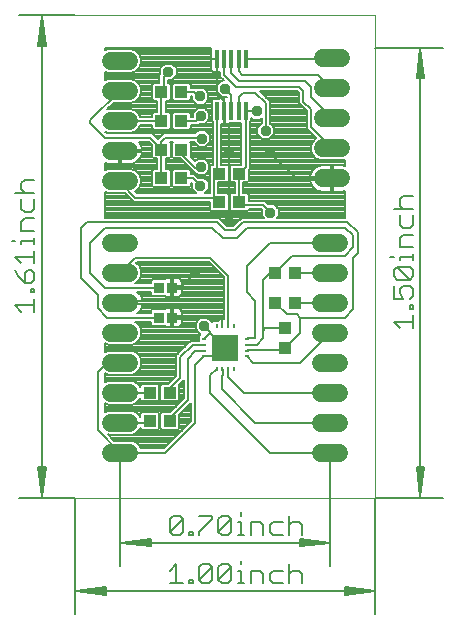
<source format=gtl>
G75*
%MOIN*%
%OFA0B0*%
%FSLAX25Y25*%
%IPPOS*%
%LPD*%
%AMOC8*
5,1,8,0,0,1.08239X$1,22.5*
%
%ADD10C,0.00000*%
%ADD11C,0.00512*%
%ADD12C,0.00600*%
%ADD13R,0.09055X0.09055*%
%ADD14R,0.01772X0.00984*%
%ADD15R,0.00984X0.01772*%
%ADD16C,0.06000*%
%ADD17R,0.04331X0.03937*%
%ADD18R,0.03346X0.03543*%
%ADD19R,0.03937X0.04331*%
%ADD20R,0.01575X0.06102*%
%ADD21C,0.00800*%
%ADD22OC8,0.03562*%
D10*
X0023795Y0040133D02*
X0123795Y0040133D01*
X0123795Y0200933D01*
X0023795Y0200933D01*
D11*
X0023795Y0040133D02*
X0023795Y0001256D01*
X0024051Y0008933D02*
X0034031Y0007909D01*
X0034031Y0007676D02*
X0024051Y0008933D01*
X0034031Y0009957D01*
X0034031Y0010190D02*
X0034031Y0007676D01*
X0034031Y0008421D02*
X0024051Y0008933D01*
X0034031Y0009445D01*
X0034031Y0010190D02*
X0024051Y0008933D01*
X0123539Y0008933D01*
X0113559Y0007909D01*
X0113559Y0007676D02*
X0123539Y0008933D01*
X0113559Y0009957D01*
X0113559Y0010190D02*
X0113559Y0007676D01*
X0113559Y0008421D02*
X0123539Y0008933D01*
X0113559Y0009445D01*
X0113559Y0010190D02*
X0123539Y0008933D01*
X0123795Y0001256D02*
X0123795Y0040133D01*
X0146472Y0040133D01*
X0138795Y0040389D02*
X0139819Y0050369D01*
X0140052Y0050369D02*
X0138795Y0040389D01*
X0137772Y0050369D01*
X0137538Y0050369D02*
X0140052Y0050369D01*
X0139307Y0050369D02*
X0138795Y0040389D01*
X0138283Y0050369D01*
X0137538Y0050369D02*
X0138795Y0040389D01*
X0138795Y0189877D01*
X0139819Y0179897D01*
X0140052Y0179897D02*
X0138795Y0189877D01*
X0137772Y0179897D01*
X0137538Y0179897D02*
X0140052Y0179897D01*
X0139307Y0179897D02*
X0138795Y0189877D01*
X0138283Y0179897D01*
X0137538Y0179897D02*
X0138795Y0189877D01*
X0146472Y0190133D02*
X0123795Y0190133D01*
X0023795Y0200933D02*
X0004918Y0200933D01*
X0012595Y0200677D02*
X0011572Y0190697D01*
X0011338Y0190697D02*
X0013852Y0190697D01*
X0012595Y0200677D01*
X0013619Y0190697D01*
X0013107Y0190697D02*
X0012595Y0200677D01*
X0012083Y0190697D01*
X0011338Y0190697D02*
X0012595Y0200677D01*
X0012595Y0040389D01*
X0013619Y0050369D01*
X0013852Y0050369D02*
X0012595Y0040389D01*
X0011572Y0050369D01*
X0011338Y0050369D02*
X0013852Y0050369D01*
X0013107Y0050369D02*
X0012595Y0040389D01*
X0012083Y0050369D01*
X0011338Y0050369D02*
X0012595Y0040389D01*
X0004918Y0040133D02*
X0023795Y0040133D01*
X0038795Y0055133D02*
X0038795Y0017456D01*
X0039051Y0025133D02*
X0049031Y0024109D01*
X0049031Y0023876D02*
X0039051Y0025133D01*
X0049031Y0026157D01*
X0049031Y0026390D02*
X0049031Y0023876D01*
X0049031Y0024621D02*
X0039051Y0025133D01*
X0049031Y0025645D01*
X0049031Y0026390D02*
X0039051Y0025133D01*
X0108539Y0025133D01*
X0098559Y0024109D01*
X0098559Y0023876D02*
X0108539Y0025133D01*
X0098559Y0026157D01*
X0098559Y0026390D02*
X0098559Y0023876D01*
X0098559Y0024621D02*
X0108539Y0025133D01*
X0098559Y0025645D01*
X0098559Y0026390D02*
X0108539Y0025133D01*
X0108795Y0017456D02*
X0108795Y0055133D01*
D12*
X0095059Y0034100D02*
X0095059Y0027695D01*
X0092884Y0027695D02*
X0089681Y0027695D01*
X0088614Y0028762D01*
X0088614Y0030898D01*
X0089681Y0031965D01*
X0092884Y0031965D01*
X0095059Y0030898D02*
X0096127Y0031965D01*
X0098262Y0031965D01*
X0099330Y0030898D01*
X0099330Y0027695D01*
X0095059Y0017900D02*
X0095059Y0011495D01*
X0092884Y0011495D02*
X0089681Y0011495D01*
X0088614Y0012562D01*
X0088614Y0014698D01*
X0089681Y0015765D01*
X0092884Y0015765D01*
X0095059Y0014698D02*
X0096127Y0015765D01*
X0098262Y0015765D01*
X0099330Y0014698D01*
X0099330Y0011495D01*
X0086439Y0011495D02*
X0086439Y0014698D01*
X0085371Y0015765D01*
X0082168Y0015765D01*
X0082168Y0011495D01*
X0080007Y0011495D02*
X0077871Y0011495D01*
X0078939Y0011495D02*
X0078939Y0015765D01*
X0077871Y0015765D01*
X0078939Y0017900D02*
X0078939Y0018968D01*
X0075696Y0016833D02*
X0071426Y0012562D01*
X0072493Y0011495D01*
X0074629Y0011495D01*
X0075696Y0012562D01*
X0075696Y0016833D01*
X0074629Y0017900D01*
X0072493Y0017900D01*
X0071426Y0016833D01*
X0071426Y0012562D01*
X0069251Y0012562D02*
X0069251Y0016833D01*
X0064980Y0012562D01*
X0066048Y0011495D01*
X0068183Y0011495D01*
X0069251Y0012562D01*
X0069251Y0016833D02*
X0068183Y0017900D01*
X0066048Y0017900D01*
X0064980Y0016833D01*
X0064980Y0012562D01*
X0062825Y0012562D02*
X0062825Y0011495D01*
X0061758Y0011495D01*
X0061758Y0012562D01*
X0062825Y0012562D01*
X0059582Y0011495D02*
X0055312Y0011495D01*
X0057447Y0011495D02*
X0057447Y0017900D01*
X0055312Y0015765D01*
X0056380Y0027695D02*
X0055312Y0028762D01*
X0059582Y0033033D01*
X0059582Y0028762D01*
X0058515Y0027695D01*
X0056380Y0027695D01*
X0055312Y0028762D02*
X0055312Y0033033D01*
X0056380Y0034100D01*
X0058515Y0034100D01*
X0059582Y0033033D01*
X0061758Y0028762D02*
X0062825Y0028762D01*
X0062825Y0027695D01*
X0061758Y0027695D01*
X0061758Y0028762D01*
X0064980Y0028762D02*
X0064980Y0027695D01*
X0064980Y0028762D02*
X0069251Y0033033D01*
X0069251Y0034100D01*
X0064980Y0034100D01*
X0071426Y0033033D02*
X0071426Y0028762D01*
X0075696Y0033033D01*
X0075696Y0028762D01*
X0074629Y0027695D01*
X0072493Y0027695D01*
X0071426Y0028762D01*
X0071426Y0033033D02*
X0072493Y0034100D01*
X0074629Y0034100D01*
X0075696Y0033033D01*
X0077871Y0031965D02*
X0078939Y0031965D01*
X0078939Y0027695D01*
X0077871Y0027695D02*
X0080007Y0027695D01*
X0082168Y0027695D02*
X0082168Y0031965D01*
X0085371Y0031965D01*
X0086439Y0030898D01*
X0086439Y0027695D01*
X0078939Y0034100D02*
X0078939Y0035168D01*
X0131963Y0096650D02*
X0129828Y0098785D01*
X0136233Y0098785D01*
X0136233Y0096650D02*
X0136233Y0100920D01*
X0136233Y0103096D02*
X0135166Y0103096D01*
X0135166Y0104163D01*
X0136233Y0104163D01*
X0136233Y0103096D01*
X0135166Y0106318D02*
X0136233Y0107386D01*
X0136233Y0109521D01*
X0135166Y0110589D01*
X0133031Y0110589D01*
X0131963Y0109521D01*
X0131963Y0108453D01*
X0133031Y0106318D01*
X0129828Y0106318D01*
X0129828Y0110589D01*
X0130895Y0112764D02*
X0129828Y0113831D01*
X0129828Y0115967D01*
X0130895Y0117034D01*
X0135166Y0112764D01*
X0136233Y0113831D01*
X0136233Y0115967D01*
X0135166Y0117034D01*
X0130895Y0117034D01*
X0131963Y0119209D02*
X0131963Y0120277D01*
X0136233Y0120277D01*
X0136233Y0121344D02*
X0136233Y0119209D01*
X0136233Y0123506D02*
X0131963Y0123506D01*
X0131963Y0126709D01*
X0133031Y0127777D01*
X0136233Y0127777D01*
X0135166Y0129952D02*
X0136233Y0131019D01*
X0136233Y0134222D01*
X0136233Y0136397D02*
X0129828Y0136397D01*
X0131963Y0137465D02*
X0131963Y0139600D01*
X0133031Y0140668D01*
X0136233Y0140668D01*
X0131963Y0137465D02*
X0133031Y0136397D01*
X0131963Y0134222D02*
X0131963Y0131019D01*
X0133031Y0129952D01*
X0135166Y0129952D01*
X0129828Y0120277D02*
X0128760Y0120277D01*
X0130895Y0112764D02*
X0135166Y0112764D01*
X0010033Y0112786D02*
X0010033Y0114921D01*
X0008966Y0115989D01*
X0007898Y0115989D01*
X0006831Y0114921D01*
X0006831Y0111718D01*
X0008966Y0111718D01*
X0010033Y0112786D01*
X0010033Y0109563D02*
X0010033Y0108496D01*
X0008966Y0108496D01*
X0008966Y0109563D01*
X0010033Y0109563D01*
X0010033Y0106320D02*
X0010033Y0102050D01*
X0010033Y0104185D02*
X0003628Y0104185D01*
X0005763Y0102050D01*
X0006831Y0111718D02*
X0004695Y0113853D01*
X0003628Y0115989D01*
X0005763Y0118164D02*
X0003628Y0120299D01*
X0010033Y0120299D01*
X0010033Y0118164D02*
X0010033Y0122434D01*
X0010033Y0124609D02*
X0010033Y0126744D01*
X0010033Y0125677D02*
X0005763Y0125677D01*
X0005763Y0124609D01*
X0003628Y0125677D02*
X0002560Y0125677D01*
X0005763Y0128906D02*
X0005763Y0132109D01*
X0006831Y0133177D01*
X0010033Y0133177D01*
X0008966Y0135352D02*
X0010033Y0136419D01*
X0010033Y0139622D01*
X0010033Y0141797D02*
X0003628Y0141797D01*
X0005763Y0142865D02*
X0005763Y0145000D01*
X0006831Y0146068D01*
X0010033Y0146068D01*
X0005763Y0142865D02*
X0006831Y0141797D01*
X0005763Y0139622D02*
X0005763Y0136419D01*
X0006831Y0135352D01*
X0008966Y0135352D01*
X0010033Y0128906D02*
X0005763Y0128906D01*
D13*
X0073795Y0090133D03*
D14*
X0066709Y0089149D03*
X0066709Y0091117D03*
X0066709Y0093086D03*
X0066709Y0087180D03*
X0080882Y0087180D03*
X0080882Y0089149D03*
X0080882Y0091117D03*
X0080882Y0093086D03*
D15*
X0076748Y0097220D03*
X0074779Y0097220D03*
X0072811Y0097220D03*
X0070842Y0097220D03*
X0070842Y0083046D03*
X0072811Y0083046D03*
X0074779Y0083046D03*
X0076748Y0083046D03*
D16*
X0105795Y0085133D02*
X0111795Y0085133D01*
X0111795Y0075133D02*
X0105795Y0075133D01*
X0105795Y0065133D02*
X0111795Y0065133D01*
X0111795Y0055133D02*
X0105795Y0055133D01*
X0105795Y0095133D02*
X0111795Y0095133D01*
X0111795Y0105133D02*
X0105795Y0105133D01*
X0105795Y0115133D02*
X0111795Y0115133D01*
X0111795Y0125133D02*
X0105795Y0125133D01*
X0106395Y0146533D02*
X0112395Y0146533D01*
X0112395Y0156533D02*
X0106395Y0156533D01*
X0106395Y0166533D02*
X0112395Y0166533D01*
X0112395Y0176533D02*
X0106395Y0176533D01*
X0106395Y0186533D02*
X0112395Y0186533D01*
X0041595Y0185733D02*
X0035595Y0185733D01*
X0035595Y0175733D02*
X0041595Y0175733D01*
X0041595Y0165733D02*
X0035595Y0165733D01*
X0035595Y0155733D02*
X0041595Y0155733D01*
X0041595Y0145733D02*
X0035595Y0145733D01*
X0035795Y0125133D02*
X0041795Y0125133D01*
X0041795Y0115133D02*
X0035795Y0115133D01*
X0035795Y0105133D02*
X0041795Y0105133D01*
X0041795Y0095133D02*
X0035795Y0095133D01*
X0035795Y0085133D02*
X0041795Y0085133D01*
X0041795Y0075133D02*
X0035795Y0075133D01*
X0035795Y0065133D02*
X0041795Y0065133D01*
X0041795Y0055133D02*
X0035795Y0055133D01*
D17*
X0048574Y0065758D03*
X0055267Y0065758D03*
X0055267Y0075133D03*
X0048574Y0075133D03*
X0090449Y0105133D03*
X0097142Y0105133D03*
X0097142Y0115133D03*
X0090449Y0115133D03*
X0078342Y0138533D03*
X0071649Y0138533D03*
X0071649Y0148133D03*
X0078342Y0148133D03*
X0059142Y0146533D03*
X0052449Y0146533D03*
X0052449Y0156133D03*
X0052449Y0165733D03*
X0059142Y0165733D03*
X0059142Y0156133D03*
X0059142Y0175333D03*
X0052449Y0175333D03*
D18*
X0051512Y0110133D03*
X0056079Y0110133D03*
X0056079Y0100133D03*
X0051512Y0100133D03*
D19*
X0093795Y0096605D03*
X0093795Y0089912D03*
D20*
X0080520Y0169072D03*
X0078157Y0169072D03*
X0075795Y0169072D03*
X0073433Y0169072D03*
X0071071Y0169072D03*
X0071071Y0186394D03*
X0073433Y0186394D03*
X0075795Y0186394D03*
X0078157Y0186394D03*
X0080520Y0186394D03*
D21*
X0109257Y0186394D01*
X0109395Y0186533D01*
X0104795Y0181133D02*
X0109395Y0176533D01*
X0104795Y0181133D02*
X0079295Y0181133D01*
X0078157Y0182271D01*
X0078157Y0186394D01*
X0075795Y0186394D02*
X0075795Y0181633D01*
X0078295Y0179133D01*
X0100295Y0179133D01*
X0102295Y0177133D01*
X0102295Y0173633D01*
X0109395Y0166533D01*
X0104039Y0159910D02*
X0088755Y0159910D01*
X0088385Y0159539D02*
X0090014Y0161169D01*
X0090014Y0163473D01*
X0088633Y0164854D01*
X0088633Y0172275D01*
X0085195Y0175713D01*
X0085175Y0175733D01*
X0097715Y0175733D01*
X0098395Y0175053D01*
X0098395Y0171553D01*
X0100895Y0169053D01*
X0100895Y0163053D01*
X0104077Y0159872D01*
X0103004Y0158799D01*
X0102395Y0157329D01*
X0102395Y0155737D01*
X0103004Y0154267D01*
X0104129Y0153142D01*
X0105599Y0152533D01*
X0113191Y0152533D01*
X0113795Y0152783D01*
X0113795Y0150705D01*
X0113425Y0150825D01*
X0112741Y0150933D01*
X0109795Y0150933D01*
X0109795Y0146933D01*
X0108995Y0146933D01*
X0108995Y0146133D01*
X0102004Y0146133D01*
X0102103Y0145503D01*
X0102317Y0144844D01*
X0102632Y0144227D01*
X0103039Y0143667D01*
X0103529Y0143177D01*
X0104089Y0142770D01*
X0104706Y0142455D01*
X0105365Y0142241D01*
X0106049Y0142133D01*
X0108995Y0142133D01*
X0108995Y0146133D01*
X0109795Y0146133D01*
X0109795Y0142133D01*
X0112741Y0142133D01*
X0113425Y0142241D01*
X0113795Y0142362D01*
X0113795Y0133408D01*
X0091003Y0133408D01*
X0091576Y0133981D01*
X0091576Y0136285D01*
X0089947Y0137914D01*
X0087994Y0137914D01*
X0087695Y0138213D01*
X0086875Y0139033D01*
X0081507Y0139033D01*
X0081507Y0140916D01*
X0080921Y0141502D01*
X0079742Y0141502D01*
X0079742Y0145165D01*
X0080921Y0145165D01*
X0081507Y0145750D01*
X0081507Y0149319D01*
X0081920Y0149731D01*
X0081920Y0165219D01*
X0082307Y0165606D01*
X0082307Y0166788D01*
X0083043Y0166052D01*
X0085347Y0166052D01*
X0085833Y0166538D01*
X0085833Y0164854D01*
X0084452Y0163473D01*
X0084452Y0161169D01*
X0086081Y0159539D01*
X0088385Y0159539D01*
X0089553Y0160708D02*
X0103240Y0160708D01*
X0102442Y0161507D02*
X0090014Y0161507D01*
X0090014Y0162305D02*
X0101643Y0162305D01*
X0100895Y0163104D02*
X0090014Y0163104D01*
X0089584Y0163902D02*
X0100895Y0163902D01*
X0100895Y0164701D02*
X0088785Y0164701D01*
X0088633Y0165499D02*
X0100895Y0165499D01*
X0100895Y0166298D02*
X0088633Y0166298D01*
X0088633Y0167096D02*
X0100895Y0167096D01*
X0100895Y0167895D02*
X0088633Y0167895D01*
X0088633Y0168693D02*
X0100895Y0168693D01*
X0100456Y0169492D02*
X0088633Y0169492D01*
X0088633Y0170290D02*
X0099658Y0170290D01*
X0098859Y0171089D02*
X0088633Y0171089D01*
X0088633Y0171887D02*
X0098395Y0171887D01*
X0098395Y0172686D02*
X0088222Y0172686D01*
X0087424Y0173484D02*
X0098395Y0173484D01*
X0098395Y0174283D02*
X0086625Y0174283D01*
X0085827Y0175081D02*
X0098367Y0175081D01*
X0099795Y0175633D02*
X0098295Y0177133D01*
X0077295Y0177133D01*
X0073433Y0180995D01*
X0073433Y0186394D01*
X0071071Y0186394D02*
X0071071Y0181943D01*
X0072033Y0181943D01*
X0072033Y0180415D01*
X0073284Y0179164D01*
X0072643Y0179164D01*
X0071014Y0177535D01*
X0071014Y0175231D01*
X0072643Y0173602D01*
X0074395Y0173602D01*
X0074395Y0173523D01*
X0073433Y0173523D01*
X0073433Y0169072D01*
X0073433Y0169072D01*
X0073433Y0173523D01*
X0072461Y0173523D01*
X0072105Y0173427D01*
X0071786Y0173243D01*
X0071666Y0173123D01*
X0069869Y0173123D01*
X0069283Y0172537D01*
X0069283Y0165606D01*
X0069671Y0165219D01*
X0069671Y0151102D01*
X0069069Y0151102D01*
X0068483Y0150516D01*
X0068483Y0145750D01*
X0068649Y0145585D01*
X0068649Y0141533D01*
X0066828Y0141533D01*
X0068176Y0142881D01*
X0068176Y0145185D01*
X0066547Y0146814D01*
X0064594Y0146814D01*
X0063475Y0147933D01*
X0062307Y0147933D01*
X0062307Y0148916D01*
X0061721Y0149502D01*
X0056562Y0149502D01*
X0055976Y0148916D01*
X0055976Y0144150D01*
X0056562Y0143565D01*
X0061721Y0143565D01*
X0062307Y0144150D01*
X0062307Y0145133D01*
X0062315Y0145133D01*
X0062614Y0144834D01*
X0062614Y0142881D01*
X0063962Y0141533D01*
X0044375Y0141533D01*
X0043652Y0142256D01*
X0043861Y0142342D01*
X0044986Y0143467D01*
X0045595Y0144937D01*
X0045595Y0146529D01*
X0044986Y0147999D01*
X0043861Y0149124D01*
X0042391Y0149733D01*
X0034799Y0149733D01*
X0033795Y0149317D01*
X0033795Y0151712D01*
X0033906Y0151655D01*
X0034565Y0151441D01*
X0035249Y0151333D01*
X0038195Y0151333D01*
X0038195Y0155333D01*
X0038995Y0155333D01*
X0038995Y0151333D01*
X0041941Y0151333D01*
X0042625Y0151441D01*
X0043284Y0151655D01*
X0043901Y0151970D01*
X0044462Y0152377D01*
X0044951Y0152867D01*
X0045358Y0153427D01*
X0045673Y0154044D01*
X0045887Y0154703D01*
X0045987Y0155333D01*
X0038995Y0155333D01*
X0038995Y0156133D01*
X0045987Y0156133D01*
X0045887Y0156763D01*
X0045673Y0157422D01*
X0045358Y0158039D01*
X0044951Y0158599D01*
X0044818Y0158733D01*
X0048215Y0158733D01*
X0049283Y0157665D01*
X0049283Y0153750D01*
X0049869Y0153165D01*
X0051049Y0153165D01*
X0051049Y0149502D01*
X0049869Y0149502D01*
X0049283Y0148916D01*
X0049283Y0144150D01*
X0049869Y0143565D01*
X0055028Y0143565D01*
X0055614Y0144150D01*
X0055614Y0148916D01*
X0055028Y0149502D01*
X0053849Y0149502D01*
X0053849Y0153165D01*
X0055028Y0153165D01*
X0055614Y0153750D01*
X0055614Y0158516D01*
X0055397Y0158733D01*
X0056194Y0158733D01*
X0055976Y0158516D01*
X0055976Y0153750D01*
X0056562Y0153165D01*
X0058784Y0153165D01*
X0062395Y0149553D01*
X0063215Y0148733D01*
X0063362Y0148733D01*
X0064543Y0147552D01*
X0066847Y0147552D01*
X0068476Y0149181D01*
X0068476Y0151485D01*
X0066847Y0153114D01*
X0064543Y0153114D01*
X0063669Y0152240D01*
X0062232Y0153676D01*
X0062307Y0153750D01*
X0062307Y0158516D01*
X0062090Y0158733D01*
X0063202Y0158733D01*
X0063202Y0158669D01*
X0064831Y0157039D01*
X0067135Y0157039D01*
X0068764Y0158669D01*
X0068764Y0160973D01*
X0067135Y0162602D01*
X0064831Y0162602D01*
X0063762Y0161533D01*
X0053215Y0161533D01*
X0052395Y0160713D01*
X0051869Y0160187D01*
X0051295Y0159613D01*
X0050195Y0160713D01*
X0049375Y0161533D01*
X0034375Y0161533D01*
X0033795Y0162113D01*
X0033795Y0162149D01*
X0034799Y0161733D01*
X0042391Y0161733D01*
X0043861Y0162342D01*
X0044986Y0163467D01*
X0045345Y0164333D01*
X0049283Y0164333D01*
X0049283Y0163350D01*
X0049869Y0162765D01*
X0055028Y0162765D01*
X0055614Y0163350D01*
X0055614Y0168116D01*
X0055028Y0168702D01*
X0053849Y0168702D01*
X0053849Y0172365D01*
X0055028Y0172365D01*
X0055614Y0172950D01*
X0055614Y0177716D01*
X0055028Y0178302D01*
X0054570Y0178302D01*
X0054570Y0179227D01*
X0055885Y0179227D01*
X0057514Y0180856D01*
X0057514Y0183160D01*
X0055885Y0184789D01*
X0053581Y0184789D01*
X0051952Y0183160D01*
X0051952Y0181207D01*
X0051770Y0181025D01*
X0051770Y0178302D01*
X0049869Y0178302D01*
X0049283Y0177716D01*
X0049283Y0172950D01*
X0049869Y0172365D01*
X0051049Y0172365D01*
X0051049Y0168702D01*
X0049869Y0168702D01*
X0049283Y0168116D01*
X0049283Y0167133D01*
X0045345Y0167133D01*
X0044986Y0167999D01*
X0043861Y0169124D01*
X0042391Y0169733D01*
X0034799Y0169733D01*
X0034416Y0169574D01*
X0036575Y0171733D01*
X0042391Y0171733D01*
X0043861Y0172342D01*
X0044986Y0173467D01*
X0045595Y0174937D01*
X0045595Y0176529D01*
X0044986Y0177999D01*
X0043861Y0179124D01*
X0042391Y0179733D01*
X0034799Y0179733D01*
X0033795Y0179317D01*
X0033795Y0182149D01*
X0034799Y0181733D01*
X0042391Y0181733D01*
X0043861Y0182342D01*
X0044986Y0183467D01*
X0045595Y0184937D01*
X0045595Y0186529D01*
X0044986Y0187999D01*
X0043861Y0189124D01*
X0042391Y0189733D01*
X0034799Y0189733D01*
X0033795Y0189317D01*
X0033795Y0190133D01*
X0069064Y0190133D01*
X0068979Y0189986D01*
X0068883Y0189630D01*
X0068883Y0186395D01*
X0071071Y0186395D01*
X0071071Y0186394D02*
X0070995Y0186319D01*
X0070995Y0174433D01*
X0073483Y0171946D01*
X0073483Y0169121D01*
X0073433Y0169072D01*
X0073483Y0169022D01*
X0073483Y0165758D01*
X0073795Y0165446D01*
X0073795Y0165133D01*
X0075045Y0163883D01*
X0075045Y0155133D01*
X0075045Y0134196D01*
X0075762Y0135565D02*
X0075176Y0136150D01*
X0075176Y0140916D01*
X0075762Y0141502D01*
X0076942Y0141502D01*
X0076942Y0145165D01*
X0075762Y0145165D01*
X0075176Y0145750D01*
X0075176Y0150516D01*
X0075762Y0151102D01*
X0079120Y0151102D01*
X0079120Y0165020D01*
X0075200Y0165020D01*
X0075080Y0164900D01*
X0074761Y0164716D01*
X0074405Y0164620D01*
X0073433Y0164620D01*
X0073433Y0169072D01*
X0073433Y0169072D01*
X0073433Y0164620D01*
X0072471Y0164620D01*
X0072471Y0151102D01*
X0074228Y0151102D01*
X0074814Y0150516D01*
X0074814Y0145750D01*
X0074228Y0145165D01*
X0071449Y0145165D01*
X0071449Y0141502D01*
X0074228Y0141502D01*
X0074814Y0140916D01*
X0074814Y0136150D01*
X0074228Y0135565D01*
X0069069Y0135565D01*
X0068483Y0136150D01*
X0068483Y0138733D01*
X0043215Y0138733D01*
X0042395Y0139553D01*
X0040215Y0141733D01*
X0034799Y0141733D01*
X0033795Y0142149D01*
X0033795Y0133408D01*
X0071563Y0133408D01*
X0074375Y0130596D01*
X0076340Y0130596D01*
X0078333Y0132588D01*
X0079153Y0133408D01*
X0086587Y0133408D01*
X0086014Y0133981D01*
X0086014Y0135934D01*
X0085715Y0136233D01*
X0081507Y0136233D01*
X0081507Y0136150D01*
X0080921Y0135565D01*
X0075762Y0135565D01*
X0075372Y0135954D02*
X0074618Y0135954D01*
X0074814Y0136753D02*
X0075176Y0136753D01*
X0075176Y0137551D02*
X0074814Y0137551D01*
X0074814Y0138350D02*
X0075176Y0138350D01*
X0075176Y0139148D02*
X0074814Y0139148D01*
X0074814Y0139947D02*
X0075176Y0139947D01*
X0075176Y0140745D02*
X0074814Y0140745D01*
X0076942Y0141544D02*
X0071449Y0141544D01*
X0071449Y0142343D02*
X0076942Y0142343D01*
X0076942Y0143141D02*
X0071449Y0143141D01*
X0071449Y0143940D02*
X0076942Y0143940D01*
X0076942Y0144738D02*
X0071449Y0144738D01*
X0070049Y0146533D02*
X0071649Y0148133D01*
X0071071Y0148711D01*
X0071071Y0169072D01*
X0073433Y0168693D02*
X0073433Y0168693D01*
X0073433Y0167895D02*
X0073433Y0167895D01*
X0073433Y0167096D02*
X0073433Y0167096D01*
X0073433Y0166298D02*
X0073433Y0166298D01*
X0073433Y0165499D02*
X0073433Y0165499D01*
X0073433Y0164701D02*
X0073433Y0164701D01*
X0072471Y0163902D02*
X0079120Y0163902D01*
X0079120Y0163104D02*
X0072471Y0163104D01*
X0072471Y0162305D02*
X0079120Y0162305D01*
X0079120Y0161507D02*
X0072471Y0161507D01*
X0072471Y0160708D02*
X0079120Y0160708D01*
X0079120Y0159910D02*
X0072471Y0159910D01*
X0072471Y0159111D02*
X0079120Y0159111D01*
X0079120Y0158313D02*
X0072471Y0158313D01*
X0072471Y0157514D02*
X0079120Y0157514D01*
X0079120Y0156716D02*
X0072471Y0156716D01*
X0072471Y0155917D02*
X0079120Y0155917D01*
X0079120Y0155119D02*
X0072471Y0155119D01*
X0072471Y0154320D02*
X0079120Y0154320D01*
X0079120Y0153522D02*
X0072471Y0153522D01*
X0072471Y0152723D02*
X0079120Y0152723D01*
X0079120Y0151925D02*
X0072471Y0151925D01*
X0072471Y0151126D02*
X0079120Y0151126D01*
X0080520Y0150311D02*
X0078342Y0148133D01*
X0078342Y0138533D01*
X0079242Y0137633D01*
X0086295Y0137633D01*
X0088795Y0135133D01*
X0091576Y0135156D02*
X0113795Y0135156D01*
X0113795Y0135954D02*
X0091576Y0135954D01*
X0091108Y0136753D02*
X0113795Y0136753D01*
X0113795Y0137551D02*
X0090310Y0137551D01*
X0087558Y0138350D02*
X0113795Y0138350D01*
X0113795Y0139148D02*
X0081507Y0139148D01*
X0081507Y0139947D02*
X0113795Y0139947D01*
X0113795Y0140745D02*
X0081507Y0140745D01*
X0079742Y0141544D02*
X0113795Y0141544D01*
X0113795Y0142343D02*
X0113737Y0142343D01*
X0109795Y0142343D02*
X0108995Y0142343D01*
X0108995Y0143141D02*
X0109795Y0143141D01*
X0109795Y0143940D02*
X0108995Y0143940D01*
X0108995Y0144738D02*
X0109795Y0144738D01*
X0109795Y0145537D02*
X0108995Y0145537D01*
X0108995Y0146335D02*
X0081507Y0146335D01*
X0081507Y0147134D02*
X0102035Y0147134D01*
X0102004Y0146933D02*
X0108995Y0146933D01*
X0108995Y0150933D01*
X0106049Y0150933D01*
X0105365Y0150825D01*
X0104706Y0150611D01*
X0104089Y0150296D01*
X0103529Y0149889D01*
X0103039Y0149399D01*
X0102632Y0148839D01*
X0102317Y0148222D01*
X0102103Y0147563D01*
X0102004Y0146933D01*
X0102223Y0147932D02*
X0081507Y0147932D01*
X0081507Y0148731D02*
X0102577Y0148731D01*
X0103169Y0149529D02*
X0081718Y0149529D01*
X0081920Y0150328D02*
X0104151Y0150328D01*
X0105141Y0152723D02*
X0081920Y0152723D01*
X0081920Y0151925D02*
X0113795Y0151925D01*
X0113795Y0152723D02*
X0113650Y0152723D01*
X0113795Y0151126D02*
X0081920Y0151126D01*
X0080520Y0150311D02*
X0080520Y0169072D01*
X0080758Y0168833D01*
X0084195Y0168833D01*
X0082797Y0166298D02*
X0082307Y0166298D01*
X0082200Y0165499D02*
X0085833Y0165499D01*
X0085833Y0166298D02*
X0085593Y0166298D01*
X0085680Y0164701D02*
X0081920Y0164701D01*
X0081920Y0163902D02*
X0084881Y0163902D01*
X0084452Y0163104D02*
X0081920Y0163104D01*
X0081920Y0162305D02*
X0084452Y0162305D01*
X0084452Y0161507D02*
X0081920Y0161507D01*
X0081920Y0160708D02*
X0084912Y0160708D01*
X0085710Y0159910D02*
X0081920Y0159910D01*
X0081920Y0159111D02*
X0103316Y0159111D01*
X0102803Y0158313D02*
X0081920Y0158313D01*
X0081920Y0157514D02*
X0102472Y0157514D01*
X0102395Y0156716D02*
X0081920Y0156716D01*
X0081920Y0155917D02*
X0102395Y0155917D01*
X0102651Y0155119D02*
X0081920Y0155119D01*
X0081920Y0154320D02*
X0102982Y0154320D01*
X0103750Y0153522D02*
X0081920Y0153522D01*
X0081293Y0145537D02*
X0102098Y0145537D01*
X0102371Y0144738D02*
X0079742Y0144738D01*
X0079742Y0143940D02*
X0102841Y0143940D01*
X0103578Y0143141D02*
X0079742Y0143141D01*
X0079742Y0142343D02*
X0105054Y0142343D01*
X0108995Y0147134D02*
X0109795Y0147134D01*
X0109395Y0146533D02*
X0097395Y0146533D01*
X0088795Y0155133D01*
X0087233Y0162321D02*
X0087233Y0171696D01*
X0083795Y0175133D01*
X0079733Y0175133D01*
X0078170Y0173571D01*
X0078170Y0169084D01*
X0078157Y0169072D01*
X0075795Y0169072D02*
X0075795Y0174383D01*
X0073795Y0176383D01*
X0071755Y0178276D02*
X0061747Y0178276D01*
X0061721Y0178302D02*
X0056562Y0178302D01*
X0055976Y0177716D01*
X0055976Y0172950D01*
X0056562Y0172365D01*
X0061721Y0172365D01*
X0062307Y0172950D01*
X0062307Y0173933D01*
X0062577Y0173933D01*
X0062577Y0172731D01*
X0064206Y0171102D01*
X0066510Y0171102D01*
X0068139Y0172731D01*
X0068139Y0175035D01*
X0066510Y0176664D01*
X0064244Y0176664D01*
X0064175Y0176733D01*
X0062307Y0176733D01*
X0062307Y0177716D01*
X0061721Y0178302D01*
X0062307Y0177477D02*
X0071014Y0177477D01*
X0071014Y0176679D02*
X0064230Y0176679D01*
X0063595Y0175333D02*
X0063795Y0175133D01*
X0064108Y0175133D01*
X0065358Y0173883D01*
X0063595Y0175333D02*
X0059142Y0175333D01*
X0062043Y0172686D02*
X0062622Y0172686D01*
X0062577Y0173484D02*
X0062307Y0173484D01*
X0063420Y0171887D02*
X0053849Y0171887D01*
X0053849Y0171089D02*
X0069283Y0171089D01*
X0069283Y0171887D02*
X0067295Y0171887D01*
X0068094Y0172686D02*
X0069432Y0172686D01*
X0068139Y0173484D02*
X0072318Y0173484D01*
X0071962Y0174283D02*
X0068139Y0174283D01*
X0068092Y0175081D02*
X0071164Y0175081D01*
X0071014Y0175880D02*
X0067294Y0175880D01*
X0066822Y0170102D02*
X0064518Y0170102D01*
X0062889Y0168473D01*
X0062889Y0167133D01*
X0062307Y0167133D01*
X0062307Y0168116D01*
X0061721Y0168702D01*
X0056562Y0168702D01*
X0055976Y0168116D01*
X0055976Y0163350D01*
X0056562Y0162765D01*
X0061721Y0162765D01*
X0062307Y0163350D01*
X0062307Y0164333D01*
X0064663Y0164333D01*
X0064869Y0164539D01*
X0066822Y0164539D01*
X0068451Y0166169D01*
X0068451Y0168473D01*
X0066822Y0170102D01*
X0067432Y0169492D02*
X0069283Y0169492D01*
X0069283Y0170290D02*
X0053849Y0170290D01*
X0053849Y0169492D02*
X0063908Y0169492D01*
X0063110Y0168693D02*
X0061729Y0168693D01*
X0062307Y0167895D02*
X0062889Y0167895D01*
X0064083Y0165733D02*
X0059142Y0165733D01*
X0062307Y0163902D02*
X0069671Y0163902D01*
X0069671Y0163104D02*
X0062060Y0163104D01*
X0064534Y0162305D02*
X0043772Y0162305D01*
X0044623Y0163104D02*
X0049530Y0163104D01*
X0049283Y0163902D02*
X0045166Y0163902D01*
X0045029Y0167895D02*
X0049283Y0167895D01*
X0049861Y0168693D02*
X0044292Y0168693D01*
X0042973Y0169492D02*
X0051049Y0169492D01*
X0051049Y0170290D02*
X0035132Y0170290D01*
X0035931Y0171089D02*
X0051049Y0171089D01*
X0051049Y0171887D02*
X0042763Y0171887D01*
X0044205Y0172686D02*
X0049548Y0172686D01*
X0049283Y0173484D02*
X0044993Y0173484D01*
X0045324Y0174283D02*
X0049283Y0174283D01*
X0049283Y0175081D02*
X0045595Y0175081D01*
X0045595Y0175880D02*
X0049283Y0175880D01*
X0049283Y0176679D02*
X0045533Y0176679D01*
X0045202Y0177477D02*
X0049283Y0177477D01*
X0049843Y0178276D02*
X0044710Y0178276D01*
X0043911Y0179074D02*
X0051770Y0179074D01*
X0051770Y0179873D02*
X0033795Y0179873D01*
X0033795Y0180671D02*
X0051770Y0180671D01*
X0051952Y0181470D02*
X0033795Y0181470D01*
X0038595Y0175733D02*
X0028795Y0165933D01*
X0028795Y0165133D01*
X0033795Y0160133D01*
X0048795Y0160133D01*
X0052449Y0156480D01*
X0052449Y0156133D01*
X0052449Y0146533D01*
X0053849Y0149529D02*
X0062419Y0149529D01*
X0062307Y0148731D02*
X0063365Y0148731D01*
X0063476Y0147932D02*
X0064163Y0147932D01*
X0064275Y0147134D02*
X0068483Y0147134D01*
X0068483Y0147932D02*
X0067227Y0147932D01*
X0068026Y0148731D02*
X0068483Y0148731D01*
X0068476Y0149529D02*
X0068483Y0149529D01*
X0068476Y0150328D02*
X0068483Y0150328D01*
X0068476Y0151126D02*
X0069671Y0151126D01*
X0069671Y0151925D02*
X0068037Y0151925D01*
X0067238Y0152723D02*
X0069671Y0152723D01*
X0069671Y0153522D02*
X0062386Y0153522D01*
X0062307Y0154320D02*
X0069671Y0154320D01*
X0069671Y0155119D02*
X0062307Y0155119D01*
X0062307Y0155917D02*
X0069671Y0155917D01*
X0069671Y0156716D02*
X0062307Y0156716D01*
X0062307Y0157514D02*
X0064356Y0157514D01*
X0063557Y0158313D02*
X0062307Y0158313D01*
X0065670Y0160133D02*
X0065983Y0159821D01*
X0065670Y0160133D02*
X0053795Y0160133D01*
X0052449Y0158787D01*
X0052449Y0156133D01*
X0055614Y0155917D02*
X0055976Y0155917D01*
X0055976Y0155119D02*
X0055614Y0155119D01*
X0055614Y0154320D02*
X0055976Y0154320D01*
X0056205Y0153522D02*
X0055385Y0153522D01*
X0053849Y0152723D02*
X0059225Y0152723D01*
X0060024Y0151925D02*
X0053849Y0151925D01*
X0053849Y0151126D02*
X0060822Y0151126D01*
X0061621Y0150328D02*
X0053849Y0150328D01*
X0055614Y0148731D02*
X0055976Y0148731D01*
X0055976Y0147932D02*
X0055614Y0147932D01*
X0055614Y0147134D02*
X0055976Y0147134D01*
X0055976Y0146335D02*
X0055614Y0146335D01*
X0055614Y0145537D02*
X0055976Y0145537D01*
X0055976Y0144738D02*
X0055614Y0144738D01*
X0055403Y0143940D02*
X0056187Y0143940D01*
X0059142Y0146533D02*
X0062895Y0146533D01*
X0065395Y0144033D01*
X0067638Y0142343D02*
X0068649Y0142343D01*
X0068649Y0143141D02*
X0068176Y0143141D01*
X0068176Y0143940D02*
X0068649Y0143940D01*
X0068649Y0144738D02*
X0068176Y0144738D01*
X0067825Y0145537D02*
X0068649Y0145537D01*
X0068483Y0146335D02*
X0067026Y0146335D01*
X0070049Y0146533D02*
X0070049Y0140133D01*
X0071649Y0138533D01*
X0070049Y0140133D02*
X0043795Y0140133D01*
X0038595Y0145333D01*
X0038595Y0145733D01*
X0040404Y0141544D02*
X0033795Y0141544D01*
X0033795Y0140745D02*
X0041203Y0140745D01*
X0042001Y0139947D02*
X0033795Y0139947D01*
X0033795Y0139148D02*
X0042800Y0139148D01*
X0044364Y0141544D02*
X0063951Y0141544D01*
X0063153Y0142343D02*
X0043861Y0142343D01*
X0044660Y0143141D02*
X0062614Y0143141D01*
X0062614Y0143940D02*
X0062096Y0143940D01*
X0062307Y0144738D02*
X0062614Y0144738D01*
X0066839Y0141544D02*
X0068649Y0141544D01*
X0068483Y0138350D02*
X0033795Y0138350D01*
X0033795Y0137551D02*
X0068483Y0137551D01*
X0068483Y0136753D02*
X0033795Y0136753D01*
X0033795Y0135954D02*
X0068679Y0135954D01*
X0070983Y0132008D02*
X0073795Y0129196D01*
X0076920Y0129196D01*
X0079733Y0132008D01*
X0114420Y0132008D01*
X0117858Y0128571D01*
X0117858Y0121696D01*
X0116295Y0120133D01*
X0116295Y0102946D01*
X0113483Y0100133D01*
X0098795Y0100133D01*
X0098795Y0094912D01*
X0093795Y0089912D01*
X0093079Y0089196D01*
X0080929Y0089196D01*
X0080882Y0089149D01*
X0080882Y0091117D02*
X0084154Y0091117D01*
X0086295Y0093258D01*
X0086295Y0095758D01*
X0087142Y0096605D01*
X0093795Y0096605D01*
X0094199Y0101383D02*
X0090449Y0105133D01*
X0094199Y0101383D02*
X0097545Y0101383D01*
X0098795Y0100133D01*
X0097142Y0105133D02*
X0108795Y0105133D01*
X0108795Y0095133D02*
X0098795Y0085133D01*
X0082929Y0085133D01*
X0080882Y0087180D01*
X0080882Y0093086D02*
X0081054Y0093258D01*
X0083483Y0093258D01*
X0083795Y0093571D01*
X0083795Y0105733D01*
X0080882Y0108646D01*
X0080882Y0117220D01*
X0088795Y0125133D01*
X0108795Y0125133D01*
X0113483Y0120758D02*
X0116295Y0123571D01*
X0116295Y0127633D01*
X0113795Y0130133D01*
X0080983Y0130133D01*
X0077545Y0126696D01*
X0072858Y0126696D01*
X0069420Y0130133D01*
X0033795Y0130133D01*
X0028795Y0125133D01*
X0028795Y0115133D01*
X0033795Y0110133D01*
X0051512Y0110133D01*
X0048838Y0108733D02*
X0048838Y0107947D01*
X0049424Y0107361D01*
X0053425Y0107361D01*
X0053546Y0107241D01*
X0053865Y0107057D01*
X0054221Y0106961D01*
X0055679Y0106961D01*
X0055679Y0109733D01*
X0056479Y0109733D01*
X0056479Y0110533D01*
X0059152Y0110533D01*
X0059152Y0112089D01*
X0059056Y0112445D01*
X0058872Y0112764D01*
X0058611Y0113025D01*
X0058292Y0113209D01*
X0057936Y0113305D01*
X0056479Y0113305D01*
X0056479Y0110533D01*
X0055679Y0110533D01*
X0055679Y0113305D01*
X0054221Y0113305D01*
X0053865Y0113209D01*
X0053546Y0113025D01*
X0053425Y0112905D01*
X0049424Y0112905D01*
X0048838Y0112319D01*
X0048838Y0111533D01*
X0043556Y0111533D01*
X0044061Y0111742D01*
X0045186Y0112867D01*
X0045795Y0114337D01*
X0045795Y0115929D01*
X0045186Y0117399D01*
X0044113Y0118472D01*
X0044375Y0118733D01*
X0068215Y0118733D01*
X0073379Y0113569D01*
X0073379Y0099505D01*
X0072811Y0099505D01*
X0072811Y0097220D01*
X0072811Y0097220D01*
X0072811Y0099505D01*
X0072134Y0099505D01*
X0071778Y0099410D01*
X0071459Y0099226D01*
X0071339Y0099105D01*
X0069936Y0099105D01*
X0069350Y0098520D01*
X0069350Y0098511D01*
X0067760Y0100102D01*
X0065456Y0100102D01*
X0063827Y0098473D01*
X0063827Y0096169D01*
X0065417Y0094578D01*
X0065408Y0094578D01*
X0064823Y0093992D01*
X0064823Y0092471D01*
X0062278Y0092471D01*
X0061458Y0091650D01*
X0057395Y0087588D01*
X0057395Y0080713D01*
X0054784Y0078102D01*
X0052687Y0078102D01*
X0052101Y0077516D01*
X0052101Y0072750D01*
X0052687Y0072165D01*
X0057846Y0072165D01*
X0058432Y0072750D01*
X0058432Y0077516D01*
X0058295Y0077653D01*
X0059375Y0078733D01*
X0059895Y0079253D01*
X0059895Y0073213D01*
X0055409Y0068727D01*
X0052687Y0068727D01*
X0052101Y0068141D01*
X0052101Y0063375D01*
X0052687Y0062790D01*
X0057846Y0062790D01*
X0058432Y0063375D01*
X0058432Y0067790D01*
X0061875Y0071233D01*
X0062395Y0071753D01*
X0062395Y0065713D01*
X0053215Y0056533D01*
X0045545Y0056533D01*
X0045186Y0057399D01*
X0044061Y0058524D01*
X0042591Y0059133D01*
X0036775Y0059133D01*
X0034616Y0061292D01*
X0034999Y0061133D01*
X0042591Y0061133D01*
X0044061Y0061742D01*
X0045186Y0062867D01*
X0045408Y0063404D01*
X0045408Y0063375D01*
X0045994Y0062790D01*
X0051153Y0062790D01*
X0051739Y0063375D01*
X0051739Y0068141D01*
X0051153Y0068727D01*
X0045994Y0068727D01*
X0045408Y0068141D01*
X0045408Y0066863D01*
X0045186Y0067399D01*
X0044061Y0068524D01*
X0042591Y0069133D01*
X0034999Y0069133D01*
X0033795Y0068634D01*
X0033795Y0071632D01*
X0034999Y0071133D01*
X0042591Y0071133D01*
X0044061Y0071742D01*
X0045186Y0072867D01*
X0045408Y0073404D01*
X0045408Y0072750D01*
X0045994Y0072165D01*
X0051153Y0072165D01*
X0051739Y0072750D01*
X0051739Y0077516D01*
X0051153Y0078102D01*
X0045994Y0078102D01*
X0045408Y0077516D01*
X0045408Y0076863D01*
X0045186Y0077399D01*
X0044061Y0078524D01*
X0042591Y0079133D01*
X0034999Y0079133D01*
X0033795Y0078634D01*
X0033795Y0081632D01*
X0034999Y0081133D01*
X0042591Y0081133D01*
X0044061Y0081742D01*
X0045186Y0082867D01*
X0045795Y0084337D01*
X0045795Y0085929D01*
X0045186Y0087399D01*
X0044061Y0088524D01*
X0042591Y0089133D01*
X0034999Y0089133D01*
X0033795Y0088634D01*
X0033795Y0091632D01*
X0034999Y0091133D01*
X0042591Y0091133D01*
X0044061Y0091742D01*
X0045186Y0092867D01*
X0045795Y0094337D01*
X0045795Y0095929D01*
X0045186Y0097399D01*
X0044061Y0098524D01*
X0043556Y0098733D01*
X0048838Y0098733D01*
X0048838Y0097947D01*
X0049424Y0097361D01*
X0053425Y0097361D01*
X0053546Y0097241D01*
X0053865Y0097057D01*
X0054221Y0096961D01*
X0055679Y0096961D01*
X0055679Y0099733D01*
X0056479Y0099733D01*
X0056479Y0100533D01*
X0059152Y0100533D01*
X0059152Y0102089D01*
X0059056Y0102445D01*
X0058872Y0102764D01*
X0058611Y0103025D01*
X0058292Y0103209D01*
X0057936Y0103305D01*
X0056479Y0103305D01*
X0056479Y0100533D01*
X0055679Y0100533D01*
X0055679Y0103305D01*
X0054221Y0103305D01*
X0053865Y0103209D01*
X0053546Y0103025D01*
X0053425Y0102905D01*
X0049424Y0102905D01*
X0048838Y0102319D01*
X0048838Y0101533D01*
X0044326Y0101533D01*
X0044662Y0101777D01*
X0045151Y0102267D01*
X0045558Y0102827D01*
X0045873Y0103444D01*
X0046087Y0104103D01*
X0046187Y0104733D01*
X0039195Y0104733D01*
X0039195Y0105533D01*
X0046187Y0105533D01*
X0046087Y0106163D01*
X0045873Y0106822D01*
X0045558Y0107439D01*
X0045151Y0107999D01*
X0044662Y0108489D01*
X0044326Y0108733D01*
X0048838Y0108733D01*
X0048838Y0108007D02*
X0045144Y0108007D01*
X0045676Y0107208D02*
X0053603Y0107208D01*
X0055679Y0107208D02*
X0056479Y0107208D01*
X0056479Y0106961D02*
X0057936Y0106961D01*
X0058292Y0107057D01*
X0058611Y0107241D01*
X0058872Y0107502D01*
X0059056Y0107821D01*
X0059152Y0108177D01*
X0059152Y0109733D01*
X0056479Y0109733D01*
X0056479Y0106961D01*
X0056479Y0108007D02*
X0055679Y0108007D01*
X0055679Y0108805D02*
X0056479Y0108805D01*
X0056479Y0109604D02*
X0055679Y0109604D01*
X0056079Y0110133D02*
X0058795Y0110133D01*
X0063795Y0115133D01*
X0059152Y0111999D02*
X0073379Y0111999D01*
X0073379Y0111201D02*
X0059152Y0111201D01*
X0059152Y0109604D02*
X0073379Y0109604D01*
X0073379Y0110402D02*
X0056479Y0110402D01*
X0056479Y0111201D02*
X0055679Y0111201D01*
X0055679Y0111999D02*
X0056479Y0111999D01*
X0056479Y0112798D02*
X0055679Y0112798D01*
X0058839Y0112798D02*
X0073379Y0112798D01*
X0073352Y0113596D02*
X0045488Y0113596D01*
X0045795Y0114395D02*
X0072554Y0114395D01*
X0071755Y0115193D02*
X0045795Y0115193D01*
X0045769Y0115992D02*
X0070957Y0115992D01*
X0070158Y0116790D02*
X0045438Y0116790D01*
X0044996Y0117589D02*
X0069360Y0117589D01*
X0068561Y0118387D02*
X0044198Y0118387D01*
X0043795Y0120133D02*
X0038795Y0115133D01*
X0044318Y0111999D02*
X0048838Y0111999D01*
X0049317Y0112798D02*
X0045117Y0112798D01*
X0046007Y0106410D02*
X0073379Y0106410D01*
X0073379Y0107208D02*
X0058554Y0107208D01*
X0059106Y0108007D02*
X0073379Y0108007D01*
X0073379Y0108805D02*
X0059152Y0108805D01*
X0058269Y0103215D02*
X0073379Y0103215D01*
X0073379Y0102417D02*
X0059064Y0102417D01*
X0059152Y0101618D02*
X0073379Y0101618D01*
X0073379Y0100820D02*
X0059152Y0100820D01*
X0059152Y0099733D02*
X0056479Y0099733D01*
X0056479Y0096961D01*
X0057936Y0096961D01*
X0058292Y0097057D01*
X0058611Y0097241D01*
X0058872Y0097502D01*
X0059056Y0097821D01*
X0059152Y0098177D01*
X0059152Y0099733D01*
X0059152Y0099223D02*
X0064577Y0099223D01*
X0063827Y0098424D02*
X0059152Y0098424D01*
X0058944Y0097626D02*
X0063827Y0097626D01*
X0063827Y0096827D02*
X0045423Y0096827D01*
X0045754Y0096029D02*
X0063966Y0096029D01*
X0064765Y0095230D02*
X0045795Y0095230D01*
X0045795Y0094432D02*
X0065262Y0094432D01*
X0064823Y0093633D02*
X0045503Y0093633D01*
X0045154Y0092835D02*
X0064823Y0092835D01*
X0066662Y0091071D02*
X0062858Y0091071D01*
X0058795Y0087008D01*
X0058795Y0080133D01*
X0055267Y0076605D01*
X0055267Y0075133D01*
X0055144Y0078462D02*
X0044123Y0078462D01*
X0044922Y0077663D02*
X0045556Y0077663D01*
X0045407Y0076865D02*
X0045408Y0076865D01*
X0048574Y0075133D02*
X0038795Y0075133D01*
X0034657Y0071275D02*
X0033795Y0071275D01*
X0033795Y0070477D02*
X0057159Y0070477D01*
X0057957Y0071275D02*
X0042933Y0071275D01*
X0044392Y0072074D02*
X0058756Y0072074D01*
X0058432Y0072872D02*
X0059554Y0072872D01*
X0059895Y0073671D02*
X0058432Y0073671D01*
X0058432Y0074469D02*
X0059895Y0074469D01*
X0059895Y0075268D02*
X0058432Y0075268D01*
X0058432Y0076066D02*
X0059895Y0076066D01*
X0059895Y0076865D02*
X0058432Y0076865D01*
X0058305Y0077663D02*
X0059895Y0077663D01*
X0059895Y0078462D02*
X0059104Y0078462D01*
X0056741Y0080059D02*
X0033795Y0080059D01*
X0033795Y0080857D02*
X0057395Y0080857D01*
X0057395Y0081656D02*
X0043852Y0081656D01*
X0044773Y0082454D02*
X0057395Y0082454D01*
X0057395Y0083253D02*
X0045346Y0083253D01*
X0045677Y0084051D02*
X0057395Y0084051D01*
X0057395Y0084850D02*
X0045795Y0084850D01*
X0045795Y0085648D02*
X0057395Y0085648D01*
X0057395Y0086447D02*
X0045581Y0086447D01*
X0045250Y0087245D02*
X0057395Y0087245D01*
X0057851Y0088044D02*
X0044541Y0088044D01*
X0043293Y0088842D02*
X0058649Y0088842D01*
X0059448Y0089641D02*
X0033795Y0089641D01*
X0033795Y0090439D02*
X0060246Y0090439D01*
X0061045Y0091238D02*
X0042844Y0091238D01*
X0044355Y0092036D02*
X0061843Y0092036D01*
X0063795Y0088883D02*
X0066443Y0088883D01*
X0066709Y0089149D01*
X0066662Y0091071D02*
X0066709Y0091117D01*
X0066709Y0093086D02*
X0068756Y0095133D01*
X0068756Y0095172D01*
X0066608Y0097321D01*
X0068638Y0099223D02*
X0071456Y0099223D01*
X0071920Y0100133D02*
X0072545Y0099508D01*
X0072545Y0097485D01*
X0072811Y0097220D01*
X0072811Y0097626D02*
X0072811Y0097626D01*
X0072811Y0098424D02*
X0072811Y0098424D01*
X0072811Y0099223D02*
X0072811Y0099223D01*
X0073379Y0100021D02*
X0067840Y0100021D01*
X0065375Y0100021D02*
X0056479Y0100021D01*
X0056079Y0100133D02*
X0071920Y0100133D01*
X0074779Y0097220D02*
X0074779Y0114149D01*
X0068795Y0120133D01*
X0043795Y0120133D01*
X0046174Y0105611D02*
X0073379Y0105611D01*
X0073379Y0104812D02*
X0039195Y0104812D01*
X0034420Y0100133D02*
X0031295Y0103258D01*
X0031295Y0107633D01*
X0025670Y0113258D01*
X0025670Y0130133D01*
X0027545Y0132008D01*
X0070983Y0132008D01*
X0072210Y0132760D02*
X0078505Y0132760D01*
X0077707Y0131962D02*
X0073009Y0131962D01*
X0073807Y0131163D02*
X0076908Y0131163D01*
X0081311Y0135954D02*
X0085994Y0135954D01*
X0086014Y0135156D02*
X0033795Y0135156D01*
X0033795Y0134357D02*
X0086014Y0134357D01*
X0086436Y0133559D02*
X0033795Y0133559D01*
X0033795Y0149529D02*
X0034307Y0149529D01*
X0033795Y0150328D02*
X0051049Y0150328D01*
X0051049Y0151126D02*
X0033795Y0151126D01*
X0038195Y0151925D02*
X0038995Y0151925D01*
X0038995Y0152723D02*
X0038195Y0152723D01*
X0038195Y0153522D02*
X0038995Y0153522D01*
X0038995Y0154320D02*
X0038195Y0154320D01*
X0038195Y0155119D02*
X0038995Y0155119D01*
X0038995Y0155917D02*
X0049283Y0155917D01*
X0049283Y0155119D02*
X0045953Y0155119D01*
X0045762Y0154320D02*
X0049283Y0154320D01*
X0049512Y0153522D02*
X0045407Y0153522D01*
X0044808Y0152723D02*
X0051049Y0152723D01*
X0051049Y0151925D02*
X0043813Y0151925D01*
X0042883Y0149529D02*
X0051049Y0149529D01*
X0049283Y0148731D02*
X0044254Y0148731D01*
X0045014Y0147932D02*
X0049283Y0147932D01*
X0049283Y0147134D02*
X0045345Y0147134D01*
X0045595Y0146335D02*
X0049283Y0146335D01*
X0049283Y0145537D02*
X0045595Y0145537D01*
X0045513Y0144738D02*
X0049283Y0144738D01*
X0049494Y0143940D02*
X0045182Y0143940D01*
X0045894Y0156716D02*
X0049283Y0156716D01*
X0049283Y0157514D02*
X0045626Y0157514D01*
X0045160Y0158313D02*
X0048636Y0158313D01*
X0050200Y0160708D02*
X0052390Y0160708D01*
X0052395Y0160713D02*
X0052395Y0160713D01*
X0051869Y0160187D02*
X0051869Y0160187D01*
X0051592Y0159910D02*
X0050998Y0159910D01*
X0049401Y0161507D02*
X0053189Y0161507D01*
X0055367Y0163104D02*
X0056223Y0163104D01*
X0055976Y0163902D02*
X0055614Y0163902D01*
X0055614Y0164701D02*
X0055976Y0164701D01*
X0055976Y0165499D02*
X0055614Y0165499D01*
X0055614Y0166298D02*
X0055976Y0166298D01*
X0055976Y0167096D02*
X0055614Y0167096D01*
X0055614Y0167895D02*
X0055976Y0167895D01*
X0056554Y0168693D02*
X0055036Y0168693D01*
X0052449Y0165733D02*
X0052449Y0175333D01*
X0053170Y0176055D01*
X0053170Y0180446D01*
X0054733Y0182008D01*
X0056809Y0183865D02*
X0068883Y0183865D01*
X0068883Y0183159D02*
X0068979Y0182803D01*
X0069163Y0182484D01*
X0069424Y0182223D01*
X0069743Y0182039D01*
X0070099Y0181943D01*
X0071071Y0181943D01*
X0071071Y0186394D01*
X0071071Y0186394D01*
X0068883Y0186394D01*
X0068883Y0183159D01*
X0068908Y0183067D02*
X0057514Y0183067D01*
X0057514Y0182268D02*
X0069379Y0182268D01*
X0068883Y0184664D02*
X0056010Y0184664D01*
X0053455Y0184664D02*
X0045482Y0184664D01*
X0045595Y0185462D02*
X0068883Y0185462D01*
X0068883Y0186261D02*
X0045595Y0186261D01*
X0045375Y0187059D02*
X0068883Y0187059D01*
X0068883Y0187858D02*
X0045045Y0187858D01*
X0044329Y0188656D02*
X0068883Y0188656D01*
X0068883Y0189455D02*
X0043063Y0189455D01*
X0045151Y0183865D02*
X0052657Y0183865D01*
X0051952Y0183067D02*
X0044586Y0183067D01*
X0043682Y0182268D02*
X0051952Y0182268D01*
X0054570Y0179074D02*
X0072553Y0179074D01*
X0072576Y0179873D02*
X0056530Y0179873D01*
X0057329Y0180671D02*
X0072033Y0180671D01*
X0072033Y0181470D02*
X0057514Y0181470D01*
X0056536Y0178276D02*
X0055054Y0178276D01*
X0055614Y0177477D02*
X0055976Y0177477D01*
X0055976Y0176679D02*
X0055614Y0176679D01*
X0055614Y0175880D02*
X0055976Y0175880D01*
X0055976Y0175081D02*
X0055614Y0175081D01*
X0055614Y0174283D02*
X0055976Y0174283D01*
X0055976Y0173484D02*
X0055614Y0173484D01*
X0055350Y0172686D02*
X0056241Y0172686D01*
X0052449Y0165733D02*
X0038595Y0165733D01*
X0055614Y0158313D02*
X0055976Y0158313D01*
X0055976Y0157514D02*
X0055614Y0157514D01*
X0055614Y0156716D02*
X0055976Y0156716D01*
X0059142Y0156133D02*
X0059142Y0154787D01*
X0063795Y0150133D01*
X0065495Y0150133D01*
X0065695Y0150333D01*
X0064152Y0152723D02*
X0063185Y0152723D01*
X0067609Y0157514D02*
X0069671Y0157514D01*
X0069671Y0158313D02*
X0068408Y0158313D01*
X0068764Y0159111D02*
X0069671Y0159111D01*
X0069671Y0159910D02*
X0068764Y0159910D01*
X0068764Y0160708D02*
X0069671Y0160708D01*
X0069671Y0161507D02*
X0068229Y0161507D01*
X0067431Y0162305D02*
X0069671Y0162305D01*
X0069671Y0164701D02*
X0066983Y0164701D01*
X0067782Y0165499D02*
X0069390Y0165499D01*
X0069283Y0166298D02*
X0068451Y0166298D01*
X0068451Y0167096D02*
X0069283Y0167096D01*
X0069283Y0167895D02*
X0068451Y0167895D01*
X0068230Y0168693D02*
X0069283Y0168693D01*
X0065670Y0167321D02*
X0064083Y0165733D01*
X0073433Y0169492D02*
X0073433Y0169492D01*
X0073433Y0170290D02*
X0073433Y0170290D01*
X0073433Y0171089D02*
X0073433Y0171089D01*
X0073433Y0171887D02*
X0073433Y0171887D01*
X0073433Y0172686D02*
X0073433Y0172686D01*
X0073433Y0173484D02*
X0073433Y0173484D01*
X0074705Y0164701D02*
X0079120Y0164701D01*
X0075176Y0150328D02*
X0074814Y0150328D01*
X0074814Y0149529D02*
X0075176Y0149529D01*
X0075176Y0148731D02*
X0074814Y0148731D01*
X0074814Y0147932D02*
X0075176Y0147932D01*
X0075176Y0147134D02*
X0074814Y0147134D01*
X0074814Y0146335D02*
X0075176Y0146335D01*
X0075390Y0145537D02*
X0074600Y0145537D01*
X0091576Y0134357D02*
X0113795Y0134357D01*
X0113795Y0133559D02*
X0091154Y0133559D01*
X0096074Y0120758D02*
X0090449Y0115133D01*
X0088795Y0115133D01*
X0086295Y0112633D01*
X0086295Y0095758D01*
X0074779Y0083046D02*
X0074733Y0083000D01*
X0074733Y0080446D01*
X0080045Y0075133D01*
X0108795Y0075133D01*
X0108795Y0065133D02*
X0083795Y0065133D01*
X0072545Y0076383D01*
X0072545Y0080758D01*
X0072858Y0081071D01*
X0072858Y0083000D01*
X0072811Y0083046D01*
X0070842Y0083046D02*
X0068795Y0080999D01*
X0068795Y0075133D01*
X0088795Y0055133D01*
X0108795Y0055133D01*
X0073795Y0090133D02*
X0070842Y0087180D01*
X0066709Y0087180D01*
X0063795Y0084267D01*
X0063795Y0065133D01*
X0053795Y0055133D01*
X0038795Y0055133D01*
X0031295Y0062633D01*
X0031295Y0082008D01*
X0034420Y0085133D01*
X0038795Y0085133D01*
X0034297Y0088842D02*
X0033795Y0088842D01*
X0033795Y0091238D02*
X0034747Y0091238D01*
X0034420Y0100133D02*
X0051512Y0100133D01*
X0048838Y0101618D02*
X0044443Y0101618D01*
X0045260Y0102417D02*
X0048936Y0102417D01*
X0046058Y0104014D02*
X0073379Y0104014D01*
X0068795Y0095133D02*
X0068756Y0095133D01*
X0068795Y0095133D02*
X0073795Y0090133D01*
X0063795Y0088883D02*
X0061295Y0086383D01*
X0061295Y0072633D01*
X0055267Y0066605D01*
X0055267Y0065758D01*
X0055562Y0068879D02*
X0043203Y0068879D01*
X0044504Y0068081D02*
X0045408Y0068081D01*
X0045408Y0067282D02*
X0045234Y0067282D01*
X0048574Y0065758D02*
X0048574Y0065133D01*
X0038795Y0065133D01*
X0035014Y0060894D02*
X0057577Y0060894D01*
X0058375Y0061693D02*
X0043942Y0061693D01*
X0044810Y0062491D02*
X0059174Y0062491D01*
X0059972Y0063290D02*
X0058346Y0063290D01*
X0058432Y0064088D02*
X0060771Y0064088D01*
X0061569Y0064887D02*
X0058432Y0064887D01*
X0058432Y0065685D02*
X0062368Y0065685D01*
X0062395Y0066484D02*
X0058432Y0066484D01*
X0058432Y0067282D02*
X0062395Y0067282D01*
X0062395Y0068081D02*
X0058723Y0068081D01*
X0059521Y0068879D02*
X0062395Y0068879D01*
X0062395Y0069678D02*
X0060320Y0069678D01*
X0061118Y0070477D02*
X0062395Y0070477D01*
X0062395Y0071275D02*
X0061917Y0071275D01*
X0056360Y0069678D02*
X0033795Y0069678D01*
X0033795Y0068879D02*
X0034387Y0068879D01*
X0035812Y0060096D02*
X0056778Y0060096D01*
X0055980Y0059297D02*
X0036611Y0059297D01*
X0044086Y0058499D02*
X0055181Y0058499D01*
X0054382Y0057700D02*
X0044885Y0057700D01*
X0045392Y0056902D02*
X0053584Y0056902D01*
X0052187Y0063290D02*
X0051654Y0063290D01*
X0051739Y0064088D02*
X0052101Y0064088D01*
X0052101Y0064887D02*
X0051739Y0064887D01*
X0051739Y0065685D02*
X0052101Y0065685D01*
X0052101Y0066484D02*
X0051739Y0066484D01*
X0051739Y0067282D02*
X0052101Y0067282D01*
X0052101Y0068081D02*
X0051739Y0068081D01*
X0051739Y0072872D02*
X0052101Y0072872D01*
X0052101Y0073671D02*
X0051739Y0073671D01*
X0051739Y0074469D02*
X0052101Y0074469D01*
X0052101Y0075268D02*
X0051739Y0075268D01*
X0051739Y0076066D02*
X0052101Y0076066D01*
X0052101Y0076865D02*
X0051739Y0076865D01*
X0051592Y0077663D02*
X0052249Y0077663D01*
X0055942Y0079260D02*
X0033795Y0079260D01*
X0045188Y0072872D02*
X0045408Y0072872D01*
X0045361Y0063290D02*
X0045494Y0063290D01*
X0044959Y0097626D02*
X0049160Y0097626D01*
X0048838Y0098424D02*
X0044161Y0098424D01*
X0045756Y0103215D02*
X0053888Y0103215D01*
X0055679Y0103215D02*
X0056479Y0103215D01*
X0056479Y0102417D02*
X0055679Y0102417D01*
X0055679Y0101618D02*
X0056479Y0101618D01*
X0056479Y0100820D02*
X0055679Y0100820D01*
X0055679Y0099223D02*
X0056479Y0099223D01*
X0056479Y0098424D02*
X0055679Y0098424D01*
X0055679Y0097626D02*
X0056479Y0097626D01*
X0097142Y0115133D02*
X0108795Y0115133D01*
X0113483Y0120758D02*
X0096074Y0120758D01*
X0108995Y0147932D02*
X0109795Y0147932D01*
X0109795Y0148731D02*
X0108995Y0148731D01*
X0108995Y0149529D02*
X0109795Y0149529D01*
X0109795Y0150328D02*
X0108995Y0150328D01*
X0109395Y0156533D02*
X0102295Y0163633D01*
X0102295Y0169633D01*
X0099795Y0172133D01*
X0099795Y0175633D01*
X0071071Y0182268D02*
X0071071Y0182268D01*
X0071071Y0183067D02*
X0071071Y0183067D01*
X0071071Y0183865D02*
X0071071Y0183865D01*
X0071071Y0184664D02*
X0071071Y0184664D01*
X0071071Y0185462D02*
X0071071Y0185462D01*
X0071071Y0186261D02*
X0071071Y0186261D01*
X0071071Y0186394D02*
X0071071Y0186395D01*
X0034127Y0189455D02*
X0033795Y0189455D01*
D22*
X0054733Y0182008D03*
X0065358Y0173883D03*
X0065670Y0167321D03*
X0065983Y0159821D03*
X0065695Y0150333D03*
X0065395Y0144033D03*
X0075045Y0134196D03*
X0088795Y0135133D03*
X0088795Y0155133D03*
X0087233Y0162321D03*
X0084195Y0168833D03*
X0073795Y0176383D03*
X0075045Y0155133D03*
X0063795Y0115133D03*
X0066608Y0097321D03*
M02*

</source>
